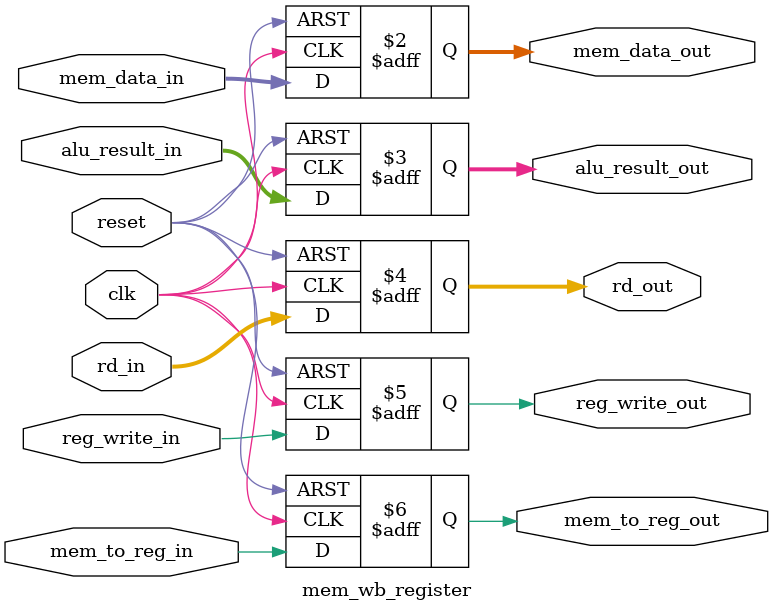
<source format=v>
`timescale 1ns / 1ps

module mem_wb_register(
    input clk,
    input reset,
    input [7:0] mem_data_in,
    input [7:0] alu_result_in,
    input [2:0] rd_in,
    input reg_write_in,
    input mem_to_reg_in,
    output reg [7:0] mem_data_out,
    output reg [7:0] alu_result_out,
    output reg [2:0] rd_out,
    output reg reg_write_out,
    output reg mem_to_reg_out
);

always @(posedge clk or posedge reset) begin
    if (reset) begin
        mem_data_out <= 8'd0;
        alu_result_out <= 8'd0;
        rd_out <= 3'd0;
        reg_write_out <= 0;
        mem_to_reg_out <= 0;
    end else begin
        mem_data_out <= mem_data_in;
        alu_result_out <= alu_result_in;
        rd_out <= rd_in;
        reg_write_out <= reg_write_in;
        mem_to_reg_out <= mem_to_reg_in;
    end
end

endmodule

</source>
